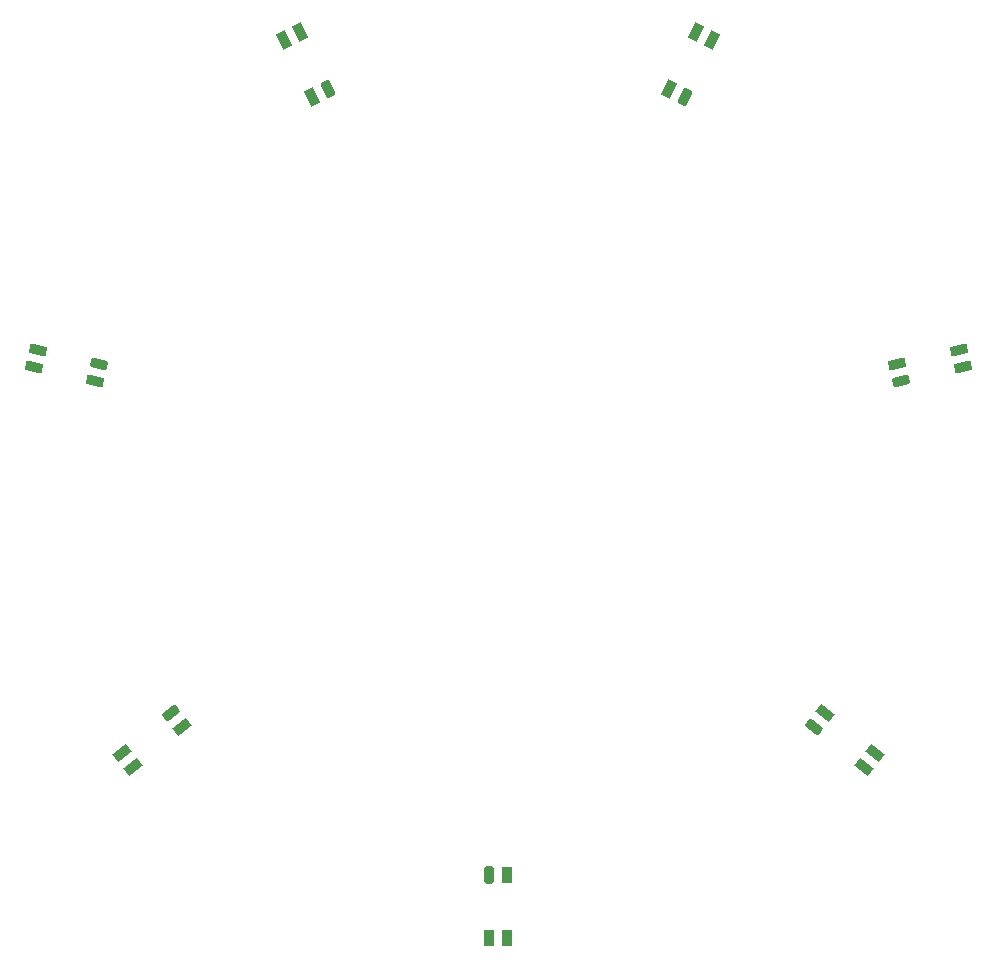
<source format=gbr>
%TF.GenerationSoftware,KiCad,Pcbnew,9.0.1*%
%TF.CreationDate,2025-06-13T20:33:13-06:00*%
%TF.ProjectId,AuraCTRL PCB,41757261-4354-4524-9c20-5043422e6b69,rev?*%
%TF.SameCoordinates,Original*%
%TF.FileFunction,Paste,Top*%
%TF.FilePolarity,Positive*%
%FSLAX46Y46*%
G04 Gerber Fmt 4.6, Leading zero omitted, Abs format (unit mm)*
G04 Created by KiCad (PCBNEW 9.0.1) date 2025-06-13 20:33:13*
%MOMM*%
%LPD*%
G01*
G04 APERTURE LIST*
G04 Aperture macros list*
%AMRoundRect*
0 Rectangle with rounded corners*
0 $1 Rounding radius*
0 $2 $3 $4 $5 $6 $7 $8 $9 X,Y pos of 4 corners*
0 Add a 4 corners polygon primitive as box body*
4,1,4,$2,$3,$4,$5,$6,$7,$8,$9,$2,$3,0*
0 Add four circle primitives for the rounded corners*
1,1,$1+$1,$2,$3*
1,1,$1+$1,$4,$5*
1,1,$1+$1,$6,$7*
1,1,$1+$1,$8,$9*
0 Add four rect primitives between the rounded corners*
20,1,$1+$1,$2,$3,$4,$5,0*
20,1,$1+$1,$4,$5,$6,$7,0*
20,1,$1+$1,$6,$7,$8,$9,0*
20,1,$1+$1,$8,$9,$2,$3,0*%
%AMRotRect*
0 Rectangle, with rotation*
0 The origin of the aperture is its center*
0 $1 length*
0 $2 width*
0 $3 Rotation angle, in degrees counterclockwise*
0 Add horizontal line*
21,1,$1,$2,0,0,$3*%
G04 Aperture macros list end*
%ADD10RotRect,1.450000X0.820000X244.285800*%
%ADD11RoundRect,0.205000X0.040920X0.557450X-0.410318X-0.379558X-0.040920X-0.557450X0.410318X0.379558X0*%
%ADD12RotRect,1.450000X0.820000X192.857200*%
%ADD13RoundRect,0.205000X0.461345X0.315572X-0.552579X0.084149X-0.461345X-0.315572X0.552579X-0.084149X0*%
%ADD14R,0.820000X1.450000*%
%ADD15RoundRect,0.205000X0.205000X-0.520000X0.205000X0.520000X-0.205000X0.520000X-0.205000X-0.520000X0*%
%ADD16RotRect,1.450000X0.820000X295.714400*%
%ADD17RoundRect,0.205000X-0.410319X0.379557X0.040922X-0.557450X0.410319X-0.379557X-0.040922X0.557450X0*%
%ADD18RotRect,1.450000X0.820000X141.428600*%
%ADD19RoundRect,0.205000X0.534368X-0.163939X-0.278737X0.484490X-0.534368X0.163939X0.278737X-0.484490X0*%
%ADD20RotRect,1.450000X0.820000X347.143000*%
%ADD21RoundRect,0.205000X-0.552579X-0.084151X0.461347X-0.315570X0.552579X0.084151X-0.461347X0.315570X0*%
%ADD22RotRect,1.450000X0.820000X38.571600*%
%ADD23RoundRect,0.205000X-0.278736X-0.484491X0.534367X0.163941X0.278736X0.484491X-0.534367X-0.163941X0*%
G04 APERTURE END LIST*
D10*
%TO.C,D6*%
X166834227Y-48298326D03*
D11*
X168185682Y-48949148D03*
D10*
X170506953Y-44128960D03*
X169155498Y-43478138D03*
%TD*%
D12*
%TO.C,D5*%
X191400828Y-70328987D03*
X191734611Y-71791379D03*
D13*
X186518748Y-72981871D03*
D12*
X186184965Y-71519479D03*
%TD*%
D14*
%TO.C,D3*%
X153150000Y-120175000D03*
X151650000Y-120175000D03*
D15*
X151650000Y-114825000D03*
D14*
X153150000Y-114825000D03*
%TD*%
D16*
%TO.C,D7*%
X134292922Y-44129025D03*
X135644374Y-43478196D03*
D17*
X137965662Y-48298375D03*
D16*
X136614210Y-48949204D03*
%TD*%
D18*
%TO.C,D4*%
X184277709Y-104462313D03*
X183342475Y-105635061D03*
D19*
X179159675Y-102299393D03*
D18*
X180094909Y-101126645D03*
%TD*%
D20*
%TO.C,D8*%
X113065358Y-71791515D03*
X113399137Y-70329123D03*
D21*
X118615006Y-71519597D03*
D20*
X118281227Y-72981989D03*
%TD*%
D22*
%TO.C,D2*%
X121457614Y-105635169D03*
X120522376Y-104462424D03*
D23*
X124705164Y-101126741D03*
D22*
X125640402Y-102299486D03*
%TD*%
M02*

</source>
